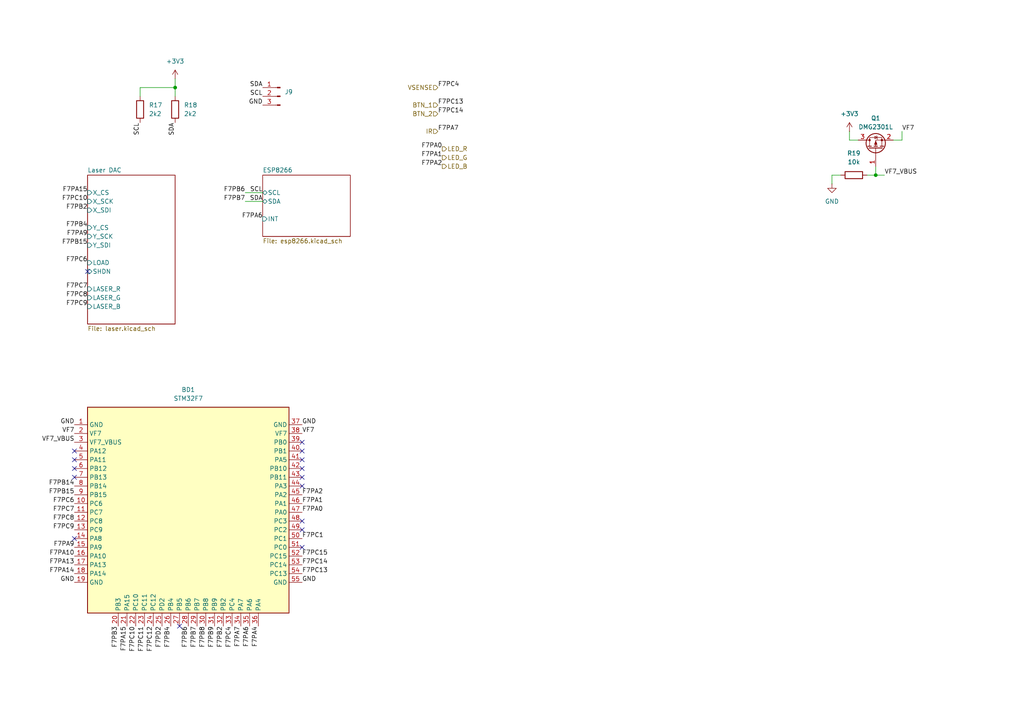
<source format=kicad_sch>
(kicad_sch (version 20231120) (generator "eeschema") (generator_version "8.0")
  (paper "A4")
  (title_block (title "Laser front-end base board") (date "2024-09-07"))
  (lib_symbols
    (symbol "Connector:Conn_01x03_Pin" (pin_names (offset 1.016) hide)
      (property "Reference" "J" (at 0 5.08 0))
      (property "Value" "Conn_01x03_Pin" (at 0 -5.08 0))
      (symbol "Conn_01x03_Pin_1_1"
        (polyline (pts (xy 1.27 -2.54) (xy 0.8636 -2.54)) (stroke (width 0.1524)))
        (polyline (pts (xy 1.27 0) (xy 0.8636 0)) (stroke (width 0.1524)))
        (polyline (pts (xy 1.27 2.54) (xy 0.8636 2.54)) (stroke (width 0.1524)))
        (rectangle (start 0.8636 -2.413) (end 0 -2.667) (stroke (width 0.1524)) (fill (type outline)))
        (rectangle (start 0.8636 0.127) (end 0 -0.127) (stroke (width 0.1524)) (fill (type outline)))
        (rectangle (start 0.8636 2.667) (end 0 2.413) (stroke (width 0.1524)) (fill (type outline)))
        (pin passive line (at 5.08 2.54 180) (length 3.81) (name "Pin_1") (number "1"))
        (pin passive line (at 5.08 0 180) (length 3.81) (name "Pin_2") (number "2"))
        (pin passive line (at 5.08 -2.54 180) (length 3.81) (name "Pin_3") (number "3"))
      )
    )
    (symbol "Custom:BD_STM32F7"
      (property "Reference" "BD" (at 33.274 56.134 0))
      (property "Value" "STM32F7" (at 33.782 53.34 0))
      (symbol "BD_STM32F7_1_1"
        (rectangle (start 3.81 63.5) (end 62.23 3.81) (stroke (width 0.254)) (fill (type background)))
        (pin passive line (at 0 58.42 0) (length 3.81) (name "GND") (number "1"))
        (pin passive line (at 0 35.56 0) (length 3.81) (name "PC6") (number "10"))
        (pin passive line (at 0 33.02 0) (length 3.81) (name "PC7") (number "11"))
        (pin passive line (at 0 30.48 0) (length 3.81) (name "PC8") (number "12"))
        (pin passive line (at 0 27.94 0) (length 3.81) (name "PC9") (number "13"))
        (pin passive line (at 0 25.4 0) (length 3.81) (name "PA8") (number "14"))
        (pin passive line (at 0 22.86 0) (length 3.81) (name "PA9") (number "15"))
        (pin passive line (at 0 20.32 0) (length 3.81) (name "PA10") (number "16"))
        (pin passive line (at 0 17.78 0) (length 3.81) (name "PA13") (number "17"))
        (pin passive line (at 0 15.24 0) (length 3.81) (name "PA14") (number "18"))
        (pin passive line (at 0 12.7 0) (length 3.81) (name "GND") (number "19"))
        (pin passive line (at 0 55.88 0) (length 3.81) (name "VF7") (number "2"))
        (pin passive line (at 12.7 0 90) (length 3.81) (name "PB3") (number "20"))
        (pin passive line (at 15.24 0 90) (length 3.81) (name "PA15") (number "21"))
        (pin passive line (at 17.78 0 90) (length 3.81) (name "PC10") (number "22"))
        (pin passive line (at 20.32 0 90) (length 3.81) (name "PC11") (number "23"))
        (pin passive line (at 22.86 0 90) (length 3.81) (name "PC12") (number "24"))
        (pin passive line (at 25.4 0 90) (length 3.81) (name "PD2") (number "25"))
        (pin passive line (at 27.94 0 90) (length 3.81) (name "PB4") (number "26"))
        (pin passive line (at 30.48 0 90) (length 3.81) (name "PB5") (number "27"))
        (pin passive line (at 33.02 0 90) (length 3.81) (name "PB6") (number "28"))
        (pin passive line (at 35.56 0 90) (length 3.81) (name "PB7") (number "29"))
        (pin passive line (at 0 53.34 0) (length 3.81) (name "VF7_VBUS") (number "3"))
        (pin passive line (at 38.1 0 90) (length 3.81) (name "PB8") (number "30"))
        (pin passive line (at 40.64 0 90) (length 3.81) (name "PB9") (number "31"))
        (pin passive line (at 43.18 0 90) (length 3.81) (name "PB2") (number "32"))
        (pin passive line (at 45.72 0 90) (length 3.81) (name "PC4") (number "33"))
        (pin passive line (at 48.26 0 90) (length 3.81) (name "PA7") (number "34"))
        (pin passive line (at 50.8 0 90) (length 3.81) (name "PA6") (number "35"))
        (pin passive line (at 53.34 0 90) (length 3.81) (name "PA4") (number "36"))
        (pin passive line (at 66.04 58.42 180) (length 3.81) (name "GND") (number "37"))
        (pin passive line (at 66.04 55.88 180) (length 3.81) (name "VF7") (number "38"))
        (pin passive line (at 66.04 53.34 180) (length 3.81) (name "PB0") (number "39"))
        (pin passive line (at 0 50.8 0) (length 3.81) (name "PA12") (number "4"))
        (pin passive line (at 66.04 50.8 180) (length 3.81) (name "PB1") (number "40"))
        (pin passive line (at 66.04 48.26 180) (length 3.81) (name "PA5") (number "41"))
        (pin passive line (at 66.04 45.72 180) (length 3.81) (name "PB10") (number "42"))
        (pin passive line (at 66.04 43.18 180) (length 3.81) (name "PB11") (number "43"))
        (pin passive line (at 66.04 40.64 180) (length 3.81) (name "PA3") (number "44"))
        (pin passive line (at 66.04 38.1 180) (length 3.81) (name "PA2") (number "45"))
        (pin passive line (at 66.04 35.56 180) (length 3.81) (name "PA1") (number "46"))
        (pin passive line (at 66.04 33.02 180) (length 3.81) (name "PA0") (number "47"))
        (pin passive line (at 66.04 30.48 180) (length 3.81) (name "PC3") (number "48"))
        (pin passive line (at 66.04 27.94 180) (length 3.81) (name "PC2") (number "49"))
        (pin passive line (at 0 48.26 0) (length 3.81) (name "PA11") (number "5"))
        (pin passive line (at 66.04 25.4 180) (length 3.81) (name "PC1") (number "50"))
        (pin passive line (at 66.04 22.86 180) (length 3.81) (name "PC0") (number "51"))
        (pin passive line (at 66.04 20.32 180) (length 3.81) (name "PC15") (number "52"))
        (pin passive line (at 66.04 17.78 180) (length 3.81) (name "PC14") (number "53"))
        (pin passive line (at 66.04 15.24 180) (length 3.81) (name "PC13") (number "54"))
        (pin passive line (at 66.04 12.7 180) (length 3.81) (name "GND") (number "55"))
        (pin passive line (at 0 45.72 0) (length 3.81) (name "PB12") (number "6"))
        (pin passive line (at 0 43.18 0) (length 3.81) (name "PB13") (number "7"))
        (pin passive line (at 0 40.64 0) (length 3.81) (name "PB14") (number "8"))
        (pin passive line (at 0 38.1 0) (length 3.81) (name "PB15") (number "9"))
      )
    )
    (symbol "Device:C" (pin_numbers hide) (pin_names (offset 0.254))
      (property "Reference" "C" (at 0.635 2.54 0))
      (property "Value" "C" (at 0.635 -2.54 0))
      (symbol "C_0_1"
        (polyline (pts (xy -2.032 -0.762) (xy 2.032 -0.762)) (stroke (width 0.508)))
        (polyline (pts (xy -2.032 0.762) (xy 2.032 0.762)) (stroke (width 0.508)))
      )
      (symbol "C_1_1"
        (pin passive line (at 0 3.81 270) (length 2.794) (name "~") (number "1"))
        (pin passive line (at 0 -3.81 90) (length 2.794) (name "~") (number "2"))
      )
    )
    (symbol "Device:R" (pin_numbers hide) (pin_names (offset 0))
      (property "Reference" "R" (at 2.032 0 90))
      (property "Value" "R" (at 0 0 90))
      (symbol "R_0_1"
        (rectangle (start -1.016 -2.54) (end 1.016 2.54) (stroke (width 0.254)))
      )
      (symbol "R_1_1"
        (pin passive line (at 0 3.81 270) (length 1.27) (name "~") (number "1"))
        (pin passive line (at 0 -3.81 90) (length 1.27) (name "~") (number "2"))
      )
    )
    (symbol "Transistor_FET:DMG2301L" (pin_names hide)
      (property "Reference" "Q" (at 5.08 1.905 0))
      (property "Value" "DMG2301L" (at 5.08 0 0))
      (symbol "DMG2301L_0_1"
        (polyline (pts (xy 0.254 0) (xy -2.54 0)))
        (polyline (pts (xy 0.254 1.905) (xy 0.254 -1.905)) (stroke (width 0.254)))
        (polyline (pts (xy 0.762 -1.27) (xy 0.762 -2.286)) (stroke (width 0.254)))
        (polyline (pts (xy 0.762 0.508) (xy 0.762 -0.508)) (stroke (width 0.254)))
        (polyline (pts (xy 0.762 2.286) (xy 0.762 1.27)) (stroke (width 0.254)))
        (polyline (pts (xy 2.54 2.54) (xy 2.54 1.778)))
        (polyline (pts (xy 2.54 -2.54) (xy 2.54 0) (xy 0.762 0)))
        (polyline (pts (xy 0.762 1.778) (xy 3.302 1.778) (xy 3.302 -1.778) (xy 0.762 -1.778)))
        (polyline (pts (xy 2.286 0) (xy 1.27 0.381) (xy 1.27 -0.381) (xy 2.286 0)) (fill (type outline)))
        (polyline (pts (xy 2.794 -0.508) (xy 2.921 -0.381) (xy 3.683 -0.381) (xy 3.81 -0.254)))
        (polyline (pts (xy 3.302 -0.381) (xy 2.921 0.254) (xy 3.683 0.254) (xy 3.302 -0.381)))
        (circle (center 1.651 0) (radius 2.794) (stroke (width 0.254)))
        (circle (center 2.54 -1.778) (radius 0.254) (fill (type outline)))
        (circle (center 2.54 1.778) (radius 0.254) (fill (type outline)))
      )
      (symbol "DMG2301L_1_1"
        (pin input line (at -5.08 0 0) (length 2.54) (name "G") (number "1"))
        (pin passive line (at 2.54 -5.08 90) (length 2.54) (name "S") (number "2"))
        (pin passive line (at 2.54 5.08 270) (length 2.54) (name "D") (number "3"))
      )
    )
    (symbol "power:+3V3" (power) (pin_numbers hide) (pin_names (offset 0) hide)
      (property "Value" "+3V3" (at 0 3.556 0))
      (symbol "+3V3_0_1"
        (polyline (pts (xy -0.762 1.27) (xy 0 2.54)))
        (polyline (pts (xy 0 0) (xy 0 2.54)))
        (polyline (pts (xy 0 2.54) (xy 0.762 1.27)))
      )
      (symbol "+3V3_1_1"
        (pin power_in line (at 0 0 90) (length 0) (name "~") (number "1"))
      )
    )
    (symbol "power:GND" (power) (pin_numbers hide) (pin_names (offset 0) hide)
      (property "Value" "GND" (at 0 -3.81 0))
      (symbol "GND_0_1"
        (polyline (pts (xy 0 0) (xy 0 -1.27) (xy 1.27 -1.27) (xy 0 -2.54) (xy -1.27 -1.27) (xy 0 -1.27)))
      )
      (symbol "GND_1_1"
        (pin power_in line (at 0 0 270) (length 0) (name "~") (number "1"))
      )
    )
  )
  (junction (at 177.8 -25.4))
  (junction (at 200.66 -38.1))
  (junction (at 185.42 -25.4))
  (junction (at 170.18 -38.1))
  (junction (at 170.18 -25.4))
  (junction (at 185.42 -38.1))
  (junction (at 177.8 -38.1))
  (junction (at 193.04 -25.4))
  (junction (at 193.04 -38.1))
  (junction (at 254 50.8))
  (junction (at 200.66 -25.4))
  (junction (at 50.8 25.4))
  (no_connect (at 21.59 130.81))
  (no_connect (at 87.63 135.89))
  (no_connect (at 21.59 133.35))
  (no_connect (at 87.63 130.81))
  (no_connect (at 87.63 158.75))
  (no_connect (at 25.4 78.74))
  (no_connect (at 21.59 135.89))
  (no_connect (at 87.63 138.43))
  (no_connect (at 21.59 138.43))
  (no_connect (at 21.59 156.21))
  (no_connect (at 87.63 151.13))
  (no_connect (at 87.63 140.97))
  (no_connect (at 87.63 153.67))
  (no_connect (at 87.63 128.27))
  (no_connect (at 87.63 133.35))
  (no_connect (at 52.07 181.61))
  (wire (pts (xy 170.18 -27.94) (xy 170.18 -25.4)))
  (wire (pts (xy 251.46 50.8) (xy 254 50.8)))
  (wire (pts (xy 193.04 -38.1) (xy 193.04 -35.56)))
  (wire (pts (xy 254 50.8) (xy 254 48.26)))
  (wire (pts (xy 177.8 -38.1) (xy 177.8 -35.56)))
  (wire (pts (xy 170.18 -38.1) (xy 170.18 -35.56)))
  (wire (pts (xy 185.42 -25.4) (xy 193.04 -25.4)))
  (wire (pts (xy 200.66 -38.1) (xy 200.66 -35.56)))
  (wire (pts (xy 177.8 -38.1) (xy 170.18 -38.1)))
  (wire (pts (xy 40.64 27.94) (xy 40.64 25.4)))
  (wire (pts (xy 261.62 40.64) (xy 261.62 38.1)))
  (wire (pts (xy 246.38 38.1) (xy 246.38 40.64)))
  (wire (pts (xy 241.3 50.8) (xy 243.84 50.8)))
  (wire (pts (xy 177.8 -27.94) (xy 177.8 -25.4)))
  (wire (pts (xy 185.42 -27.94) (xy 185.42 -25.4)))
  (wire (pts (xy 200.66 -40.64) (xy 200.66 -38.1)))
  (wire (pts (xy 200.66 -27.94) (xy 200.66 -25.4)))
  (wire (pts (xy 193.04 -25.4) (xy 200.66 -25.4)))
  (wire (pts (xy 246.38 40.64) (xy 248.92 40.64)))
  (wire (pts (xy 50.8 25.4) (xy 50.8 27.94)))
  (wire (pts (xy 241.3 53.34) (xy 241.3 50.8)))
  (wire (pts (xy 185.42 -38.1) (xy 185.42 -35.56)))
  (wire (pts (xy 50.8 25.4) (xy 50.8 22.86)))
  (wire (pts (xy 162.56 -27.94) (xy 162.56 -25.4)))
  (wire (pts (xy 185.42 -38.1) (xy 177.8 -38.1)))
  (wire (pts (xy 71.12 58.42) (xy 76.2 58.42)))
  (wire (pts (xy 170.18 -25.4) (xy 177.8 -25.4)))
  (wire (pts (xy 170.18 -38.1) (xy 162.56 -38.1)))
  (wire (pts (xy 162.56 -25.4) (xy 170.18 -25.4)))
  (wire (pts (xy 200.66 -38.1) (xy 193.04 -38.1)))
  (wire (pts (xy 193.04 -27.94) (xy 193.04 -25.4)))
  (wire (pts (xy 193.04 -38.1) (xy 185.42 -38.1)))
  (wire (pts (xy 259.08 40.64) (xy 261.62 40.64)))
  (wire (pts (xy 200.66 -25.4) (xy 200.66 -22.86)))
  (wire (pts (xy 40.64 25.4) (xy 50.8 25.4)))
  (wire (pts (xy 177.8 -25.4) (xy 185.42 -25.4)))
  (wire (pts (xy 162.56 -38.1) (xy 162.56 -35.56)))
  (wire (pts (xy 254 50.8) (xy 256.54 50.8)))
  (wire (pts (xy 71.12 55.88) (xy 76.2 55.88)))
  (label "F7PC9" (at 25.4 88.9 180))
  (label "GND" (at 21.59 123.19 180))
  (label "F7PC8" (at 21.59 151.13 180))
  (label "F7PD2" (at 46.99 181.61 270))
  (label "F7PA2" (at 128.27 48.26 180))
  (label "F7PB15" (at 25.4 71.12 180))
  (label "F7PA13" (at 21.59 163.83 180))
  (label "F7PA9" (at 21.59 158.75 180))
  (label "F7PC10" (at 39.37 181.61 270))
  (label "GND" (at 87.63 168.91 0))
  (label "SDA" (at 50.8 35.56 270))
  (label "F7PA10" (at 21.59 161.29 180))
  (label "F7PA4" (at 74.93 181.61 270))
  (label "F7PA15" (at 25.4 55.88 180))
  (label "F7PA1" (at 128.27 45.72 180))
  (label "F7PA7" (at 127 38.1 0))
  (label "F7PA6" (at 76.2 63.5 180))
  (label "F7PC4" (at 67.31 181.61 270))
  (label "F7PC14" (at 127 33.02 0))
  (label "SCL" (at 40.64 35.56 270))
  (label "VF7" (at 87.63 125.73 0))
  (label "VF7_VBUS" (at 256.54 50.8 0))
  (label "GND" (at 76.2 30.48 180))
  (label "F7PC6" (at 21.59 146.05 180))
  (label "F7PB7" (at 71.12 58.42 180))
  (label "F7PA2" (at 87.63 143.51 0))
  (label "F7PB2" (at 64.77 181.61 270))
  (label "F7PB4" (at 49.53 181.61 270))
  (label "F7PC1" (at 87.63 156.21 0))
  (label "F7PB6" (at 71.12 55.88 180))
  (label "F7PC4" (at 127 25.4 0))
  (label "F7PB9" (at 62.23 181.61 270))
  (label "F7PB8" (at 59.69 181.61 270))
  (label "F7PA0" (at 87.63 148.59 0))
  (label "F7PA1" (at 87.63 146.05 0))
  (label "F7PB15" (at 21.59 143.51 180))
  (label "F7PB3" (at 34.29 181.61 270))
  (label "F7PA6" (at 72.39 181.61 270))
  (label "F7PC6" (at 25.4 76.2 180))
  (label "SDA" (at 76.2 58.42 180))
  (label "F7PA15" (at 36.83 181.61 270))
  (label "F7PA9" (at 25.4 68.58 180))
  (label "F7PA7" (at 69.85 181.61 270))
  (label "F7PC7" (at 21.59 148.59 180))
  (label "F7PC15" (at 87.63 161.29 0))
  (label "SCL" (at 76.2 55.88 180))
  (label "F7PA0" (at 128.27 43.18 180))
  (label "VF7_VBUS" (at 21.59 128.27 180))
  (label "VF7" (at 21.59 125.73 180))
  (label "F7PC9" (at 21.59 153.67 180))
  (label "F7PC13" (at 87.63 166.37 0))
  (label "F7PB4" (at 25.4 66.04 180))
  (label "F7PC12" (at 44.45 181.61 270))
  (label "F7PB2" (at 25.4 60.96 180))
  (label "F7PA14" (at 21.59 166.37 180))
  (label "F7PB7" (at 57.15 181.61 270))
  (label "GND" (at 21.59 168.91 180))
  (label "F7PB6" (at 54.61 181.61 270))
  (label "GND" (at 87.63 123.19 0))
  (label "F7PC8" (at 25.4 86.36 180))
  (label "F7PC14" (at 87.63 163.83 0))
  (label "SCL" (at 76.2 27.94 180))
  (label "SDA" (at 76.2 25.4 180))
  (label "F7PC11" (at 41.91 181.61 270))
  (label "F7PC13" (at 127 30.48 0))
  (label "F7PB14" (at 21.59 140.97 180))
  (label "F7PC7" (at 25.4 83.82 180))
  (label "VF7" (at 261.62 38.1 0))
  (label "F7PC10" (at 25.4 58.42 180))
  (hierarchical_label "BTN_2" (shape input) (at 127 33.02 180))
  (hierarchical_label "LED_G" (shape output) (at 128.27 45.72 0))
  (hierarchical_label "LED_R" (shape output) (at 128.27 43.18 0))
  (hierarchical_label "LED_B" (shape output) (at 128.27 48.26 0))
  (hierarchical_label "VSENSE" (shape input) (at 127 25.4 180))
  (hierarchical_label "IR" (shape input) (at 127 38.1 180))
  (hierarchical_label "BTN_1" (shape input) (at 127 30.48 180))
  (symbol (lib_id "Device:C") (at 200.66 -31.75 0) (unit 1) (on_board no)
    (property "Reference" "C15" (at 201.93 -34.29 0) (effects (justify left)))
    (property "Value" "100n" (at 201.93 -29.21 0) (effects (justify left)))
    (property "Footprint" "Capacitor_SMD:C_0402_1005Metric" (effects (hide yes)))
    (property "Description" "Unpolarized capacitor" (effects (hide yes)))
  )
  (symbol (lib_id "power:+3V3") (at 246.38 38.1 0) (unit 1)
    (property "Reference" "#PWR038" (effects (hide yes)))
    (property "Value" "+3V3" (at 246.38 33.02 0))
    (property "Description" "Power symbol creates a global label with name \"+3V3\"" (effects (hide yes)))
  )
  (symbol (lib_id "Device:R") (at 50.8 31.75 0) (unit 1)
    (property "Reference" "R18" (at 53.34 30.4799 0) (effects (justify left)))
    (property "Value" "2k2" (at 53.34 33.0199 0) (effects (justify left)))
    (property "Footprint" "Resistor_SMD:R_0402_1005Metric" (effects (hide yes)))
    (property "Description" "Resistor" (effects (hide yes)))
  )
  (symbol (lib_id "power:GND") (at 241.3 53.34 0) (unit 1)
    (property "Reference" "#PWR039" (effects (hide yes)))
    (property "Value" "GND" (at 241.3 58.42 0))
    (property "Description" "Power symbol creates a global label with name \"GND\" , ground" (effects (hide yes)))
  )
  (symbol (lib_id "Device:C") (at 162.56 -31.75 0) (unit 1) (on_board no)
    (property "Reference" "C10" (at 163.83 -34.29 0) (effects (justify left)))
    (property "Value" "100n" (at 163.83 -29.21 0) (effects (justify left)))
    (property "Footprint" "Capacitor_SMD:C_0402_1005Metric" (effects (hide yes)))
    (property "Description" "Unpolarized capacitor" (effects (hide yes)))
  )
  (symbol (lib_id "Device:R") (at 247.65 50.8 90) (unit 1)
    (property "Reference" "R19" (at 247.65 44.45 90))
    (property "Value" "10k" (at 247.65 46.99 90))
    (property "Footprint" "Resistor_SMD:R_0805_2012Metric" (effects (hide yes)))
    (property "Description" "Resistor" (effects (hide yes)))
  )
  (symbol (lib_id "Transistor_FET:DMG2301L") (at 254 43.18 90) (unit 1)
    (property "Reference" "Q1" (at 254 34.29 90))
    (property "Value" "DMG2301L" (at 254 36.83 90))
    (property "Footprint" "Package_TO_SOT_SMD:SOT-23" (effects (hide yes)))
    (property "Datasheet" "https://www.diodes.com/assets/Datasheets/DMG2301L.pdf" (effects (hide yes)))
    (property "Description" "-3A Id, -20V Vds, P-Channel MOSFET, SOT-23" (effects (hide yes)))
  )
  (symbol (lib_id "Device:C") (at 177.8 -31.75 0) (unit 1) (on_board no)
    (property "Reference" "C12" (at 179.07 -34.29 0) (effects (justify left)))
    (property "Value" "100n" (at 179.07 -29.21 0) (effects (justify left)))
    (property "Footprint" "Capacitor_SMD:C_0402_1005Metric" (effects (hide yes)))
    (property "Description" "Unpolarized capacitor" (effects (hide yes)))
  )
  (symbol (lib_id "Device:C") (at 193.04 -31.75 0) (unit 1) (on_board no)
    (property "Reference" "C14" (at 194.31 -34.29 0) (effects (justify left)))
    (property "Value" "100n" (at 194.31 -29.21 0) (effects (justify left)))
    (property "Footprint" "Capacitor_SMD:C_0402_1005Metric" (effects (hide yes)))
    (property "Description" "Unpolarized capacitor" (effects (hide yes)))
  )
  (symbol (lib_id "power:GND") (at 200.66 -22.86 0) (unit 1)
    (property "Reference" "#PWR036" (effects (hide yes)))
    (property "Value" "GND" (at 200.66 -17.78 0))
    (property "Description" "Power symbol creates a global label with name \"GND\" , ground" (effects (hide yes)))
  )
  (symbol (lib_id "Custom:BD_STM32F7") (at 21.59 181.61 0) (unit 1)
    (property "Reference" "BD1" (at 54.61 113.03 0))
    (property "Value" "STM32F7" (at 54.61 115.57 0))
    (property "Footprint" "Library:BD_STM32F7" (effects (hide yes)))
  )
  (symbol (lib_id "Device:R") (at 40.64 31.75 0) (unit 1)
    (property "Reference" "R17" (at 43.18 30.4799 0) (effects (justify left)))
    (property "Value" "2k2" (at 43.18 33.0199 0) (effects (justify left)))
    (property "Footprint" "Resistor_SMD:R_0402_1005Metric" (effects (hide yes)))
    (property "Description" "Resistor" (effects (hide yes)))
  )
  (symbol (lib_id "power:+3V3") (at 50.8 22.86 0) (unit 1)
    (property "Reference" "#PWR037" (effects (hide yes)))
    (property "Value" "+3V3" (at 50.8 17.78 0))
    (property "Description" "Power symbol creates a global label with name \"+3V3\"" (effects (hide yes)))
  )
  (symbol (lib_id "Connector:Conn_01x03_Pin") (at 81.28 27.94 0) (mirror y) (unit 1)
    (property "Reference" "J9" (at 82.55 26.6699 0) (effects (justify right)))
    (property "Value" "Conn_01x03_Pin" (effects (hide yes)))
    (property "Footprint" "Connector_PinHeader_2.54mm:PinHeader_1x03_P2.54mm_Vertical" (effects (hide yes)))
    (property "Description" "Generic connector, single row, 01x03, script generated" (effects (hide yes)))
  )
  (symbol (lib_id "Device:C") (at 185.42 -31.75 0) (unit 1) (on_board no)
    (property "Reference" "C13" (at 186.69 -34.29 0) (effects (justify left)))
    (property "Value" "100n" (at 186.69 -29.21 0) (effects (justify left)))
    (property "Footprint" "Capacitor_SMD:C_0402_1005Metric" (effects (hide yes)))
    (property "Description" "Unpolarized capacitor" (effects (hide yes)))
  )
  (symbol (lib_id "Device:C") (at 170.18 -31.75 0) (unit 1) (on_board no)
    (property "Reference" "C11" (at 171.45 -34.29 0) (effects (justify left)))
    (property "Value" "100n" (at 171.45 -29.21 0) (effects (justify left)))
    (property "Footprint" "Capacitor_SMD:C_0402_1005Metric" (effects (hide yes)))
    (property "Description" "Unpolarized capacitor" (effects (hide yes)))
  )
  (symbol (lib_id "power:+3V3") (at 200.66 -40.64 0) (unit 1)
    (property "Reference" "#PWR035" (effects (hide yes)))
    (property "Value" "+3V3" (at 200.66 -45.72 0))
    (property "Description" "Power symbol creates a global label with name \"+3V3\"" (effects (hide yes)))
  )
  (sheet (at 76.2 50.8) (size 25.4 17.78) (stroke (width 0.1524))
    (property "Sheetname" "ESP8266" (at 76.2 50.0884 0) (effects (justify left bottom)))
    (property "Sheetfile" "esp8266.kicad_sch" (at 76.2 69.1646 0) (effects (justify left top)))
    (pin "SCL" bidirectional (at 76.2 55.88 180))
    (pin "SDA" bidirectional (at 76.2 58.42 180))
    (pin "INT" input (at 76.2 63.5 180))
  )
  (sheet (at 25.4 50.8) (size 25.4 43.18) (stroke (width 0.1524))
    (property "Sheetname" "Laser DAC" (at 25.4 50.0884 0) (effects (justify left bottom)))
    (property "Sheetfile" "laser.kicad_sch" (at 25.4 94.5646 0) (effects (justify left top)))
    (pin "LOAD" input (at 25.4 76.2 180))
    (pin "SHDN" input (at 25.4 78.74 180))
    (pin "Y_SCK" input (at 25.4 68.58 180))
    (pin "Y_SDI" input (at 25.4 71.12 180))
    (pin "Y_CS" input (at 25.4 66.04 180))
    (pin "X_SDI" input (at 25.4 60.96 180))
    (pin "X_SCK" input (at 25.4 58.42 180))
    (pin "X_CS" input (at 25.4 55.88 180))
    (pin "LASER_R" input (at 25.4 83.82 180))
    (pin "LASER_B" input (at 25.4 88.9 180))
    (pin "LASER_G" input (at 25.4 86.36 180))
  )
)
</source>
